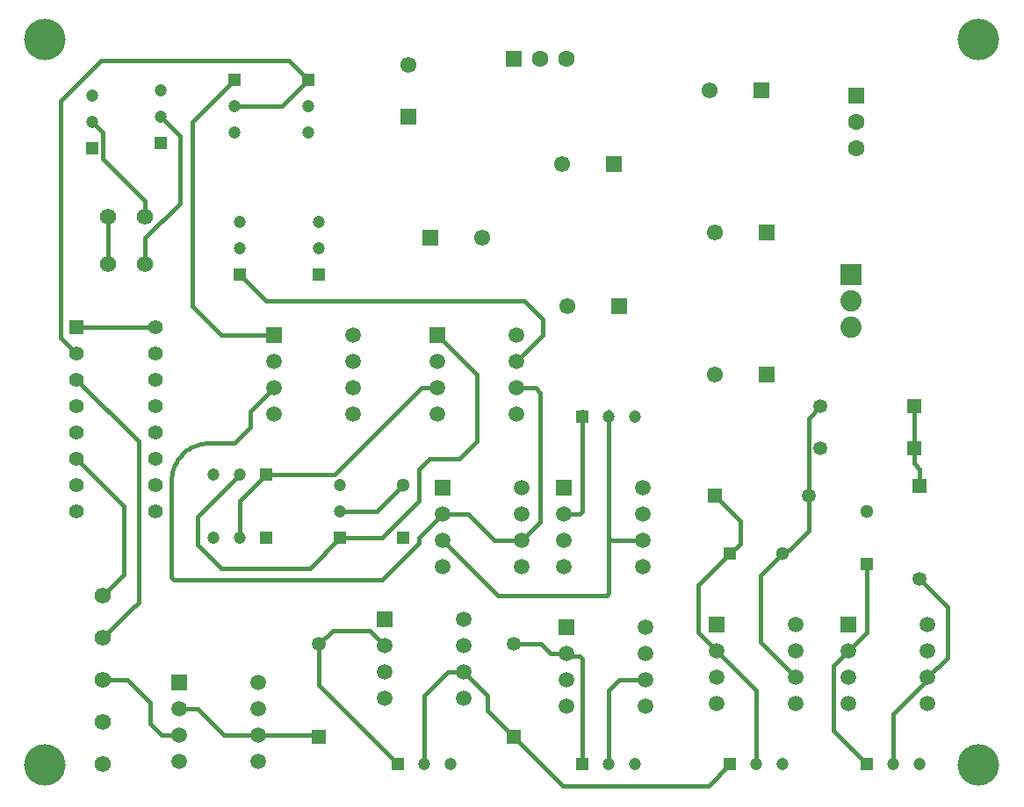
<source format=gbl>
G04*
G04 #@! TF.GenerationSoftware,Altium Limited,Altium Designer,22.8.2 (66)*
G04*
G04 Layer_Physical_Order=4*
G04 Layer_Color=16711680*
%FSLAX25Y25*%
%MOIN*%
G70*
G04*
G04 #@! TF.SameCoordinates,5F72AED0-B843-43E6-9510-CD6902FEA16C*
G04*
G04*
G04 #@! TF.FilePolarity,Positive*
G04*
G01*
G75*
%ADD16R,0.04724X0.04724*%
%ADD17C,0.04724*%
%ADD18R,0.04724X0.04724*%
%ADD23C,0.06181*%
%ADD24R,0.06102X0.06102*%
%ADD25C,0.06102*%
%ADD26R,0.06102X0.06102*%
%ADD34R,0.08071X0.08071*%
%ADD35C,0.08071*%
%ADD38C,0.01500*%
%ADD39C,0.15748*%
%ADD40C,0.05906*%
%ADD41R,0.05906X0.05906*%
%ADD42C,0.05118*%
%ADD43R,0.05118X0.05118*%
%ADD44R,0.05512X0.05512*%
%ADD45C,0.05512*%
%ADD46C,0.05315*%
%ADD47R,0.05315X0.05315*%
%ADD48R,0.06299X0.06299*%
%ADD49C,0.06299*%
%ADD50R,0.05315X0.05315*%
%ADD51R,0.06299X0.06299*%
%ADD52R,0.05118X0.05118*%
D16*
X131705Y106063D02*
D03*
X93685Y206063D02*
D03*
X123685D02*
D03*
X63705Y256063D02*
D03*
X37685Y254063D02*
D03*
X91685Y280063D02*
D03*
X119685D02*
D03*
D17*
X131705Y116063D02*
D03*
Y126063D02*
D03*
X93685Y130063D02*
D03*
X83685D02*
D03*
X93685Y216063D02*
D03*
Y226063D02*
D03*
X123685Y216063D02*
D03*
Y226063D02*
D03*
X63705Y266063D02*
D03*
Y276063D02*
D03*
X37685Y264063D02*
D03*
Y274063D02*
D03*
X91685Y270063D02*
D03*
Y260063D02*
D03*
X119685Y270063D02*
D03*
Y260063D02*
D03*
X233685Y152043D02*
D03*
X243685D02*
D03*
X341685Y20063D02*
D03*
X351685D02*
D03*
X233685D02*
D03*
X243685D02*
D03*
X289685D02*
D03*
X299685D02*
D03*
X163685D02*
D03*
X173685D02*
D03*
X93685Y106063D02*
D03*
X83685D02*
D03*
D18*
X103685Y130063D02*
D03*
X223685Y152043D02*
D03*
X331685Y20063D02*
D03*
X223685D02*
D03*
X279685D02*
D03*
X153685D02*
D03*
X103685Y106063D02*
D03*
D23*
X43685Y228063D02*
D03*
X57685Y210063D02*
D03*
Y228063D02*
D03*
X43685Y210063D02*
D03*
X41685Y36063D02*
D03*
Y68063D02*
D03*
Y84063D02*
D03*
Y52063D02*
D03*
Y20063D02*
D03*
D24*
X235528Y248063D02*
D03*
X165842Y220063D02*
D03*
X237528Y194063D02*
D03*
X291528Y276063D02*
D03*
X293528Y222063D02*
D03*
X293685Y168063D02*
D03*
D25*
X215843Y248063D02*
D03*
X185528Y220063D02*
D03*
X157685Y285906D02*
D03*
X217843Y194063D02*
D03*
X271843Y276063D02*
D03*
X273843Y222063D02*
D03*
X274000Y168063D02*
D03*
D26*
X157685Y266220D02*
D03*
D34*
X325559Y206043D02*
D03*
D35*
Y196063D02*
D03*
Y186083D02*
D03*
D38*
X81697Y142063D02*
X80697Y142027D01*
X79703Y141920D01*
X78718Y141743D01*
X77749Y141495D01*
X76800Y141180D01*
X75876Y140797D01*
X74982Y140349D01*
X74121Y139839D01*
X73300Y139268D01*
X72521Y138641D01*
X71789Y137959D01*
X71107Y137227D01*
X70480Y136448D01*
X69909Y135627D01*
X69399Y134766D01*
X68951Y133872D01*
X68568Y132948D01*
X68253Y131999D01*
X68005Y131030D01*
X67828Y130045D01*
X67721Y129051D01*
X67685Y128051D01*
X318898Y32850D02*
X331685Y20063D01*
X318898Y32850D02*
Y57276D01*
X324685Y63063D01*
X331685Y70063D02*
Y96063D01*
X324685Y63063D02*
X331685Y70063D01*
X341685Y38942D02*
X354685Y51942D01*
Y53063D01*
X341685Y20063D02*
Y38942D01*
X354685Y53063D02*
X362205Y60583D01*
Y79827D01*
X351685Y90346D02*
X362205Y79827D01*
X300664Y100063D02*
X301982Y101381D01*
X302168D01*
X309402Y108614D02*
Y122063D01*
X299685Y100063D02*
X300664D01*
X302168Y101381D02*
X309402Y108614D01*
X291339Y91716D02*
X299685Y100063D01*
X283465Y103842D02*
Y112567D01*
X273969Y122063D02*
X283465Y112567D01*
X279685Y100063D02*
X283465Y103842D01*
X267717Y70031D02*
Y88095D01*
X279685Y100063D01*
X267717Y70031D02*
X274685Y63063D01*
X291339Y66409D02*
Y91716D01*
Y66409D02*
X304685Y53063D01*
X274685Y63063D02*
X289685Y48063D01*
Y20063D02*
Y48063D01*
X271433Y11811D02*
X279685Y20063D01*
X216220Y11811D02*
X271433D01*
X209685Y18346D02*
X216220Y11811D01*
X209685Y18346D02*
Y18346D01*
X197685Y30346D02*
X209685Y18346D01*
X187685Y40346D02*
X197685Y30346D01*
X187685Y40346D02*
Y46063D01*
X178685Y55063D02*
X187685Y46063D01*
X123685Y50063D02*
X153685Y20063D01*
X123685Y50063D02*
Y65780D01*
X128772Y70866D02*
X142882D01*
X148685Y65063D01*
X123685Y65780D02*
X128772Y70866D01*
X190213Y105063D02*
X200685D01*
X180213Y115063D02*
X190213Y105063D01*
X170685Y115063D02*
X180213D01*
X170685Y105063D02*
X191685Y84063D01*
X232806D01*
X86614Y94488D02*
X120110D01*
X77685Y103417D02*
Y114063D01*
Y103417D02*
X86614Y94488D01*
X120110D02*
X131685Y106063D01*
X183685Y142871D02*
Y168063D01*
X168685Y183063D02*
X183685Y168063D01*
X165685Y136063D02*
X176877D01*
X183685Y142871D01*
X201685Y196063D02*
X208661Y189087D01*
X198685Y173063D02*
X208661Y183039D01*
Y189087D01*
X63705Y266043D02*
X70866Y258882D01*
X57685Y220063D02*
X70866Y233244D01*
Y258882D01*
X25685Y272063D02*
X41024Y287402D01*
X112346D01*
X119685Y280063D01*
X109685Y270063D02*
X119685Y280063D01*
X91685Y270063D02*
X109685D01*
X31685Y166063D02*
X55118Y142630D01*
Y81496D02*
Y142630D01*
X31685Y136063D02*
X49685Y118063D01*
Y92063D02*
Y118063D01*
X41685Y84063D02*
X49685Y92063D01*
X41685Y68063D02*
X52362Y78740D01*
X55118Y81496D01*
X59685Y35433D02*
Y43307D01*
X64055Y31063D02*
X70685D01*
X59685Y35433D02*
X64055Y31063D01*
X50929Y52063D02*
X59685Y43307D01*
X41685Y52063D02*
X50929D01*
X75685Y264063D02*
X91685Y280063D01*
X77685Y114063D02*
X93685Y130063D01*
X67685Y90942D02*
Y128051D01*
Y90942D02*
X68564Y90063D01*
X31685Y186063D02*
X61685D01*
X25685Y182063D02*
X31685Y176063D01*
X93685Y206063D02*
X103685Y196063D01*
X97685Y148063D02*
Y154063D01*
X86685Y183063D02*
X106685D01*
X91685Y142063D02*
X97685Y148063D01*
X81697Y142063D02*
X91685D01*
X75685Y194063D02*
X86685Y183063D01*
X63705Y266043D02*
Y266063D01*
X37685Y264063D02*
X41685Y260063D01*
Y250063D02*
Y260063D01*
X43685Y210063D02*
Y228063D01*
X41685Y250063D02*
X57685Y234063D01*
Y210063D02*
Y220063D01*
Y228063D02*
Y234063D01*
X75685Y194063D02*
Y264063D01*
X25685Y182063D02*
Y272063D01*
X233685Y48063D02*
X237685Y52063D01*
X247685D01*
X309402Y122063D02*
Y151496D01*
X313968Y156063D01*
X349402Y140063D02*
Y156063D01*
X351685Y125779D02*
Y132063D01*
X349402Y134346D02*
X351685Y132063D01*
X349402Y134346D02*
Y140063D01*
X234685Y105063D02*
X246685D01*
X233685Y106063D02*
Y154063D01*
Y106063D02*
X234685Y105063D01*
X103685Y196063D02*
X201685D01*
X87564Y31063D02*
X122968D01*
X123685Y30346D01*
X198685Y163063D02*
X205806D01*
X207685Y161184D01*
X223685Y116063D02*
Y154063D01*
X207685Y112063D02*
Y161184D01*
X70685Y41063D02*
X77564D01*
X87564Y31063D01*
X93685Y106063D02*
Y120063D01*
X145685Y116063D02*
X155685Y126063D01*
X93685Y120063D02*
X103685Y130063D01*
X131705Y106063D02*
X147685D01*
X68564Y90063D02*
X147685D01*
X161685Y104063D01*
X131685Y116063D02*
X145685D01*
X163685Y20063D02*
Y46063D01*
X172685Y55063D01*
X178685D01*
X207968Y65780D02*
X211685Y62063D01*
X217685D01*
X222528Y61220D02*
X223685Y60063D01*
Y20063D02*
Y60063D01*
X233685Y20063D02*
Y48063D01*
X217685Y62063D02*
X218528Y61220D01*
X222528D01*
X147685Y106063D02*
X161685Y120063D01*
Y104063D02*
Y106063D01*
X170685Y115063D01*
X232806Y84063D02*
X233685Y84942D01*
Y106063D01*
X197685Y65780D02*
X207968D01*
X200685Y105063D02*
X207685Y112063D01*
X222685Y115063D02*
X223685Y116063D01*
X216685Y115063D02*
X222685D01*
X97685Y154063D02*
X106685Y163063D01*
X161685Y120063D02*
Y132063D01*
X162685Y163063D02*
X168685D01*
X129685Y130063D02*
X162685Y163063D01*
X103685Y130063D02*
X129685D01*
X161685Y132063D02*
X165685Y136063D01*
D39*
X374016Y295276D02*
D03*
Y19685D02*
D03*
X19685Y295276D02*
D03*
Y19685D02*
D03*
D40*
X200685Y95063D02*
D03*
Y105063D02*
D03*
Y115063D02*
D03*
Y125063D02*
D03*
X170685Y95063D02*
D03*
Y105063D02*
D03*
Y115063D02*
D03*
X246685Y95063D02*
D03*
Y105063D02*
D03*
Y115063D02*
D03*
Y125063D02*
D03*
X216685Y95063D02*
D03*
Y105063D02*
D03*
Y115063D02*
D03*
X136685Y153063D02*
D03*
Y163063D02*
D03*
Y173063D02*
D03*
Y183063D02*
D03*
X106685Y153063D02*
D03*
Y163063D02*
D03*
Y173063D02*
D03*
X198685Y153063D02*
D03*
Y163063D02*
D03*
Y173063D02*
D03*
Y183063D02*
D03*
X168685Y153063D02*
D03*
Y163063D02*
D03*
Y173063D02*
D03*
X354685Y43063D02*
D03*
Y53063D02*
D03*
Y63063D02*
D03*
Y73063D02*
D03*
X324685Y43063D02*
D03*
Y53063D02*
D03*
Y63063D02*
D03*
X100685Y21063D02*
D03*
Y31063D02*
D03*
Y41063D02*
D03*
Y51063D02*
D03*
X70685Y21063D02*
D03*
Y31063D02*
D03*
Y41063D02*
D03*
X304685Y43063D02*
D03*
Y53063D02*
D03*
Y63063D02*
D03*
Y73063D02*
D03*
X274685Y43063D02*
D03*
Y53063D02*
D03*
Y63063D02*
D03*
X178685Y45063D02*
D03*
Y55063D02*
D03*
Y65063D02*
D03*
Y75063D02*
D03*
X148685Y45063D02*
D03*
Y55063D02*
D03*
Y65063D02*
D03*
X247685Y42063D02*
D03*
Y52063D02*
D03*
Y62063D02*
D03*
Y72063D02*
D03*
X217685Y42063D02*
D03*
Y52063D02*
D03*
Y62063D02*
D03*
D41*
X170685Y125063D02*
D03*
X216685D02*
D03*
X106685Y183063D02*
D03*
X168685D02*
D03*
X324685Y73063D02*
D03*
X70685Y51063D02*
D03*
X274685Y73063D02*
D03*
X148685Y75063D02*
D03*
X217685Y72063D02*
D03*
D42*
X155685Y126063D02*
D03*
X299685Y100063D02*
D03*
X331685Y116063D02*
D03*
D43*
X155685Y106063D02*
D03*
X331685Y96063D02*
D03*
D44*
X31685Y186063D02*
D03*
D45*
Y176063D02*
D03*
Y166063D02*
D03*
Y156063D02*
D03*
Y146063D02*
D03*
Y136063D02*
D03*
Y126063D02*
D03*
Y116063D02*
D03*
X61685Y186063D02*
D03*
Y176063D02*
D03*
Y166063D02*
D03*
Y156063D02*
D03*
Y146063D02*
D03*
Y136063D02*
D03*
Y126063D02*
D03*
Y116063D02*
D03*
D46*
X351685Y90346D02*
D03*
X313968Y140063D02*
D03*
X309402Y122063D02*
D03*
X313968Y156063D02*
D03*
X123685Y65780D02*
D03*
X197685D02*
D03*
D47*
X351685Y125779D02*
D03*
X123685Y30346D02*
D03*
X197685D02*
D03*
D48*
X327685Y274063D02*
D03*
D49*
Y264063D02*
D03*
Y254063D02*
D03*
X207685Y288063D02*
D03*
X217685D02*
D03*
D50*
X349402Y140063D02*
D03*
X273969Y122063D02*
D03*
X349402Y156063D02*
D03*
D51*
X197685Y288063D02*
D03*
D52*
X279685Y100063D02*
D03*
M02*

</source>
